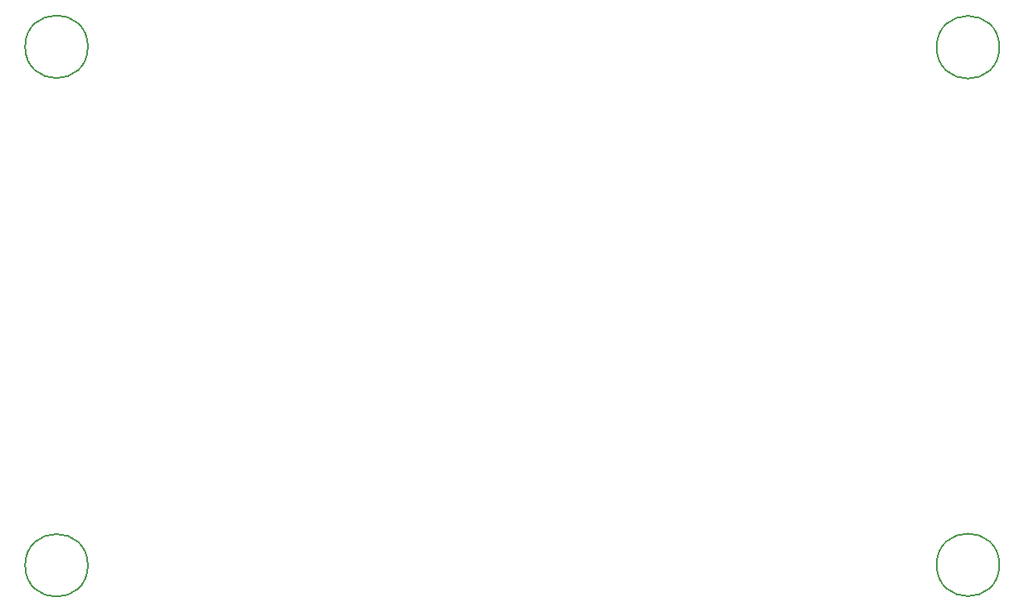
<source format=gbr>
%TF.GenerationSoftware,KiCad,Pcbnew,9.0.0*%
%TF.CreationDate,2025-04-11T20:43:28+08:00*%
%TF.ProjectId,wgr,7767722e-6b69-4636-9164-5f7063625858,rev?*%
%TF.SameCoordinates,Original*%
%TF.FileFunction,Other,Comment*%
%FSLAX46Y46*%
G04 Gerber Fmt 4.6, Leading zero omitted, Abs format (unit mm)*
G04 Created by KiCad (PCBNEW 9.0.0) date 2025-04-11 20:43:28*
%MOMM*%
%LPD*%
G01*
G04 APERTURE LIST*
%ADD10C,0.150000*%
G04 APERTURE END LIST*
D10*
%TO.C,H2*%
X249675000Y13575000D02*
G75*
G02*
X243275000Y13575000I-3200000J0D01*
G01*
X243275000Y13575000D02*
G75*
G02*
X249675000Y13575000I3200000J0D01*
G01*
%TO.C,H4*%
X156675000Y-39325000D02*
G75*
G02*
X150275000Y-39325000I-3200000J0D01*
G01*
X150275000Y-39325000D02*
G75*
G02*
X156675000Y-39325000I3200000J0D01*
G01*
%TO.C,H3*%
X156675000Y13625000D02*
G75*
G02*
X150275000Y13625000I-3200000J0D01*
G01*
X150275000Y13625000D02*
G75*
G02*
X156675000Y13625000I3200000J0D01*
G01*
%TO.C,H1*%
X249675000Y-39275000D02*
G75*
G02*
X243275000Y-39275000I-3200000J0D01*
G01*
X243275000Y-39275000D02*
G75*
G02*
X249675000Y-39275000I3200000J0D01*
G01*
%TD*%
M02*

</source>
